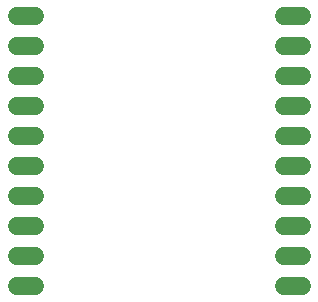
<source format=gbr>
G04 EAGLE Gerber RS-274X export*
G75*
%MOMM*%
%FSLAX34Y34*%
%LPD*%
%INBottom Copper*%
%IPPOS*%
%AMOC8*
5,1,8,0,0,1.08239X$1,22.5*%
G01*
G04 Define Apertures*
%ADD10C,1.524000*%
D10*
X71120Y109196D02*
X55880Y109196D01*
X55880Y134596D02*
X71120Y134596D01*
X71120Y159996D02*
X55880Y159996D01*
X55880Y185396D02*
X71120Y185396D01*
X71120Y210796D02*
X55880Y210796D01*
X55880Y236196D02*
X71120Y236196D01*
X71120Y261596D02*
X55880Y261596D01*
X55880Y286996D02*
X71120Y286996D01*
X71120Y312396D02*
X55880Y312396D01*
X55880Y337796D02*
X71120Y337796D01*
X282280Y337796D02*
X297520Y337796D01*
X297520Y312396D02*
X282280Y312396D01*
X282280Y286996D02*
X297520Y286996D01*
X297520Y261596D02*
X282280Y261596D01*
X282280Y236196D02*
X297520Y236196D01*
X297520Y210796D02*
X282280Y210796D01*
X282280Y185396D02*
X297520Y185396D01*
X297520Y159996D02*
X282280Y159996D01*
X282280Y134596D02*
X297520Y134596D01*
X297520Y109196D02*
X282280Y109196D01*
M02*

</source>
